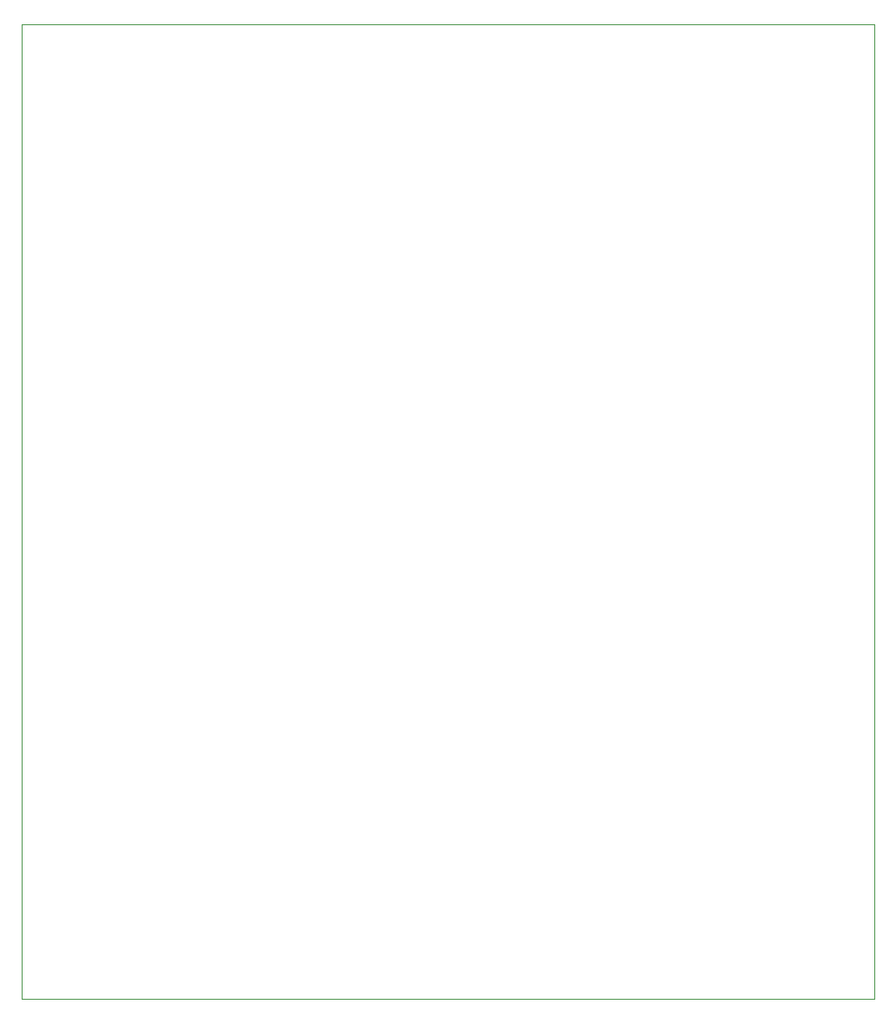
<source format=gbr>
%TF.GenerationSoftware,KiCad,Pcbnew,7.0.1*%
%TF.CreationDate,2023-11-08T17:30:37+01:00*%
%TF.ProjectId,keyboard,6b657962-6f61-4726-942e-6b696361645f,rev?*%
%TF.SameCoordinates,Original*%
%TF.FileFunction,Profile,NP*%
%FSLAX46Y46*%
G04 Gerber Fmt 4.6, Leading zero omitted, Abs format (unit mm)*
G04 Created by KiCad (PCBNEW 7.0.1) date 2023-11-08 17:30:37*
%MOMM*%
%LPD*%
G01*
G04 APERTURE LIST*
%TA.AperFunction,Profile*%
%ADD10C,0.100000*%
%TD*%
G04 APERTURE END LIST*
D10*
X83820000Y-37000000D02*
X167000000Y-37000000D01*
X167000000Y-132080000D01*
X83820000Y-132080000D01*
X83820000Y-37000000D01*
M02*

</source>
